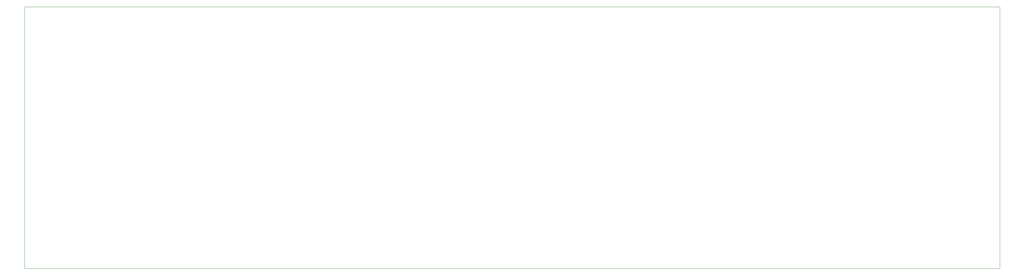
<source format=gm1>
G04 #@! TF.GenerationSoftware,KiCad,Pcbnew,8.0.8*
G04 #@! TF.CreationDate,2025-04-26T15:59:21-07:00*
G04 #@! TF.ProjectId,Output Board,4f757470-7574-4204-926f-6172642e6b69,rev?*
G04 #@! TF.SameCoordinates,Original*
G04 #@! TF.FileFunction,Profile,NP*
%FSLAX46Y46*%
G04 Gerber Fmt 4.6, Leading zero omitted, Abs format (unit mm)*
G04 Created by KiCad (PCBNEW 8.0.8) date 2025-04-26 15:59:21*
%MOMM*%
%LPD*%
G01*
G04 APERTURE LIST*
G04 #@! TA.AperFunction,Profile*
%ADD10C,0.050000*%
G04 #@! TD*
G04 APERTURE END LIST*
D10*
X344700000Y-105820000D02*
X344700000Y-30820000D01*
X344700000Y-30820000D02*
X65300000Y-30820000D01*
X65300000Y-105820000D02*
X65300000Y-30820000D01*
X65300000Y-105820000D02*
X344700000Y-105820000D01*
M02*

</source>
